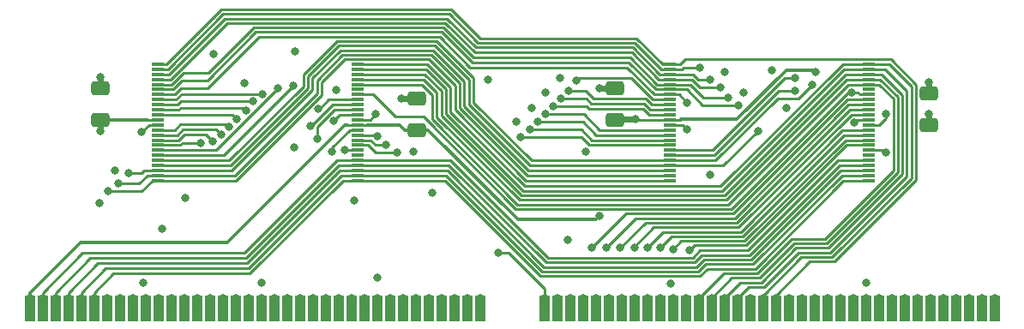
<source format=gtl>
G04 #@! TF.GenerationSoftware,KiCad,Pcbnew,7.0.9*
G04 #@! TF.CreationDate,2024-01-22T22:29:06+01:00*
G04 #@! TF.ProjectId,simm72_ram_8M10,73696d6d-3732-45f7-9261-6d5f384d3130,A*
G04 #@! TF.SameCoordinates,Original*
G04 #@! TF.FileFunction,Copper,L1,Top*
G04 #@! TF.FilePolarity,Positive*
%FSLAX46Y46*%
G04 Gerber Fmt 4.6, Leading zero omitted, Abs format (unit mm)*
G04 Created by KiCad (PCBNEW 7.0.9) date 2024-01-22 22:29:06*
%MOMM*%
%LPD*%
G01*
G04 APERTURE LIST*
G04 Aperture macros list*
%AMRoundRect*
0 Rectangle with rounded corners*
0 $1 Rounding radius*
0 $2 $3 $4 $5 $6 $7 $8 $9 X,Y pos of 4 corners*
0 Add a 4 corners polygon primitive as box body*
4,1,4,$2,$3,$4,$5,$6,$7,$8,$9,$2,$3,0*
0 Add four circle primitives for the rounded corners*
1,1,$1+$1,$2,$3*
1,1,$1+$1,$4,$5*
1,1,$1+$1,$6,$7*
1,1,$1+$1,$8,$9*
0 Add four rect primitives between the rounded corners*
20,1,$1+$1,$2,$3,$4,$5,0*
20,1,$1+$1,$4,$5,$6,$7,0*
20,1,$1+$1,$6,$7,$8,$9,0*
20,1,$1+$1,$8,$9,$2,$3,0*%
G04 Aperture macros list end*
G04 #@! TA.AperFunction,SMDPad,CuDef*
%ADD10R,1.040000X2.540000*%
G04 #@! TD*
G04 #@! TA.AperFunction,SMDPad,CuDef*
%ADD11RoundRect,0.250000X0.650000X-0.412500X0.650000X0.412500X-0.650000X0.412500X-0.650000X-0.412500X0*%
G04 #@! TD*
G04 #@! TA.AperFunction,SMDPad,CuDef*
%ADD12R,1.300000X0.300000*%
G04 #@! TD*
G04 #@! TA.AperFunction,ViaPad*
%ADD13C,0.800000*%
G04 #@! TD*
G04 #@! TA.AperFunction,Conductor*
%ADD14C,0.304800*%
G04 #@! TD*
G04 #@! TA.AperFunction,Conductor*
%ADD15C,0.250000*%
G04 #@! TD*
G04 #@! TA.AperFunction,Conductor*
%ADD16C,0.254000*%
G04 #@! TD*
G04 #@! TA.AperFunction,Conductor*
%ADD17C,0.609600*%
G04 #@! TD*
G04 APERTURE END LIST*
D10*
X57375000Y-113921000D03*
X58645000Y-113921000D03*
X59915000Y-113921000D03*
X61185000Y-113921000D03*
X62455000Y-113921000D03*
X63725000Y-113921000D03*
X64995000Y-113921000D03*
X66265000Y-113921000D03*
X67535000Y-113921000D03*
X68805000Y-113921000D03*
X70075000Y-113921000D03*
X71345000Y-113921000D03*
X72615000Y-113921000D03*
X73885000Y-113921000D03*
X75155000Y-113921000D03*
X76425000Y-113921000D03*
X77695000Y-113921000D03*
X78965000Y-113921000D03*
X80235000Y-113921000D03*
X81505000Y-113921000D03*
X82775000Y-113921000D03*
X84045000Y-113921000D03*
X85315000Y-113921000D03*
X86585000Y-113921000D03*
X87855000Y-113921000D03*
X89125000Y-113921000D03*
X90395000Y-113921000D03*
X91665000Y-113921000D03*
X92935000Y-113921000D03*
X94205000Y-113921000D03*
X95475000Y-113921000D03*
X96745000Y-113921000D03*
X98015000Y-113921000D03*
X99285000Y-113921000D03*
X100555000Y-113921000D03*
X101825000Y-113921000D03*
X108175000Y-113921000D03*
X109445000Y-113921000D03*
X110715000Y-113921000D03*
X111985000Y-113921000D03*
X113255000Y-113921000D03*
X114525000Y-113921000D03*
X115795000Y-113921000D03*
X117065000Y-113921000D03*
X118335000Y-113921000D03*
X119605000Y-113921000D03*
X120875000Y-113921000D03*
X122145000Y-113921000D03*
X123415000Y-113921000D03*
X124685000Y-113921000D03*
X125955000Y-113921000D03*
X127225000Y-113921000D03*
X128495000Y-113921000D03*
X129765000Y-113921000D03*
X131035000Y-113921000D03*
X132305000Y-113921000D03*
X133575000Y-113921000D03*
X134845000Y-113921000D03*
X136115000Y-113921000D03*
X137385000Y-113921000D03*
X138655000Y-113921000D03*
X139925000Y-113921000D03*
X141195000Y-113921000D03*
X142465000Y-113921000D03*
X143735000Y-113921000D03*
X145005000Y-113921000D03*
X146275000Y-113921000D03*
X147545000Y-113921000D03*
X148815000Y-113921000D03*
X150085000Y-113921000D03*
X151355000Y-113921000D03*
X152625000Y-113921000D03*
D11*
X115160000Y-95290500D03*
X115160000Y-92165500D03*
D12*
X89760000Y-101300000D03*
X89760000Y-100800000D03*
X89760000Y-100300000D03*
X89760000Y-99800000D03*
X89760000Y-99300000D03*
X89760000Y-98800000D03*
X89760000Y-98300000D03*
X89760000Y-97800000D03*
X89760000Y-97300000D03*
X89760000Y-96800000D03*
X89760000Y-96300000D03*
X89760000Y-95800000D03*
X89760000Y-95300000D03*
X89760000Y-94800000D03*
X89760000Y-94300000D03*
X89760000Y-93800000D03*
X89760000Y-93300000D03*
X89760000Y-92800000D03*
X89760000Y-92300000D03*
X89760000Y-91800000D03*
X89760000Y-91300000D03*
X89760000Y-90800000D03*
X89760000Y-90300000D03*
X89760000Y-89800000D03*
X70060000Y-89800000D03*
X70060000Y-90300000D03*
X70060000Y-90800000D03*
X70060000Y-91300000D03*
X70060000Y-91800000D03*
X70060000Y-92300000D03*
X70060000Y-92800000D03*
X70060000Y-93300000D03*
X70060000Y-93800000D03*
X70060000Y-94300000D03*
X70060000Y-94800000D03*
X70060000Y-95300000D03*
X70060000Y-95800000D03*
X70060000Y-96300000D03*
X70060000Y-96800000D03*
X70060000Y-97300000D03*
X70060000Y-97800000D03*
X70060000Y-98300000D03*
X70060000Y-98800000D03*
X70060000Y-99300000D03*
X70060000Y-99800000D03*
X70060000Y-100300000D03*
X70060000Y-100800000D03*
X70060000Y-101300000D03*
D11*
X146148000Y-95798500D03*
X146148000Y-92673500D03*
X64360000Y-95290500D03*
X64360000Y-92165500D03*
D12*
X140250000Y-101300000D03*
X140250000Y-100800000D03*
X140250000Y-100300000D03*
X140250000Y-99800000D03*
X140250000Y-99300000D03*
X140250000Y-98800000D03*
X140250000Y-98300000D03*
X140250000Y-97800000D03*
X140250000Y-97300000D03*
X140250000Y-96800000D03*
X140250000Y-96300000D03*
X140250000Y-95800000D03*
X140250000Y-95300000D03*
X140250000Y-94800000D03*
X140250000Y-94300000D03*
X140250000Y-93800000D03*
X140250000Y-93300000D03*
X140250000Y-92800000D03*
X140250000Y-92300000D03*
X140250000Y-91800000D03*
X140250000Y-91300000D03*
X140250000Y-90800000D03*
X140250000Y-90300000D03*
X140250000Y-89800000D03*
X120550000Y-89800000D03*
X120550000Y-90300000D03*
X120550000Y-90800000D03*
X120550000Y-91300000D03*
X120550000Y-91800000D03*
X120550000Y-92300000D03*
X120550000Y-92800000D03*
X120550000Y-93300000D03*
X120550000Y-93800000D03*
X120550000Y-94300000D03*
X120550000Y-94800000D03*
X120550000Y-95300000D03*
X120550000Y-95800000D03*
X120550000Y-96300000D03*
X120550000Y-96800000D03*
X120550000Y-97300000D03*
X120550000Y-97800000D03*
X120550000Y-98300000D03*
X120550000Y-98800000D03*
X120550000Y-99300000D03*
X120550000Y-99800000D03*
X120550000Y-100300000D03*
X120550000Y-100800000D03*
X120550000Y-101300000D03*
D11*
X95602000Y-96306500D03*
X95602000Y-93181500D03*
D13*
X146275000Y-112905000D03*
X150085000Y-112905000D03*
X151355000Y-112905000D03*
X146148000Y-94744000D03*
X152625000Y-112905000D03*
X117192000Y-95252000D03*
X141903500Y-94744000D03*
X64360000Y-96395000D03*
X57375000Y-112905000D03*
X113636000Y-104830500D03*
X134972000Y-90524500D03*
X58645000Y-112905000D03*
X59915000Y-112905000D03*
X61185000Y-112905000D03*
X62455000Y-112905000D03*
X63725000Y-112905000D03*
X64995000Y-112905000D03*
X65122000Y-102364000D03*
X66265000Y-112905000D03*
X66170987Y-101602000D03*
X67535000Y-112905000D03*
X67154000Y-100586000D03*
X138655000Y-112905000D03*
X129258651Y-96389463D03*
X137385000Y-112905000D03*
X127381284Y-93884284D03*
X126336000Y-93093000D03*
X136115000Y-112905000D03*
X68551000Y-111381000D03*
X109699000Y-91188000D03*
X80235000Y-112905000D03*
X88498992Y-98300000D03*
X64233000Y-103507000D03*
X91538000Y-94744000D03*
X127860000Y-92585000D03*
X97126000Y-102491000D03*
X139925000Y-111381000D03*
X94078000Y-93220000D03*
X91665000Y-110873000D03*
X83537000Y-88521000D03*
X95221000Y-98427000D03*
X106905000Y-94109000D03*
X89379000Y-103253000D03*
X80235000Y-111381000D03*
X91665000Y-112905000D03*
X130654000Y-90426000D03*
X68424000Y-96522000D03*
X124558000Y-100713000D03*
X83499500Y-98046000D03*
X78584000Y-91696000D03*
X141903500Y-98554000D03*
X128495000Y-112905000D03*
X65757000Y-100332000D03*
X112239000Y-98427000D03*
X110461000Y-107190000D03*
X70456000Y-106047000D03*
X146148000Y-91569000D03*
X64360000Y-91061000D03*
X108302000Y-92585000D03*
X120621000Y-111455500D03*
X113636000Y-92165500D03*
X108175000Y-112905000D03*
X87601000Y-92331000D03*
X68805000Y-112905000D03*
X119605000Y-112905000D03*
X125955000Y-90553000D03*
X105381000Y-95506000D03*
X139925000Y-112905000D03*
X138744500Y-95575500D03*
X122272000Y-96268000D03*
X102587000Y-91315000D03*
X72742000Y-102999000D03*
X75536000Y-88775000D03*
X132051000Y-94109000D03*
X103603000Y-108460000D03*
X70075000Y-112905000D03*
X74266000Y-97575500D03*
X71345000Y-112905000D03*
X75409000Y-97411000D03*
X76293701Y-96771701D03*
X72615000Y-112905000D03*
X73885000Y-112905000D03*
X77055701Y-96009701D03*
X75155000Y-112905000D03*
X77817701Y-95247701D03*
X76425000Y-112905000D03*
X78706701Y-94358701D03*
X79415636Y-93474000D03*
X77695000Y-112905000D03*
X80339201Y-92726201D03*
X78965000Y-112905000D03*
X85891497Y-94177497D03*
X81505000Y-112905000D03*
X82775000Y-112905000D03*
X85061000Y-95887000D03*
X85785500Y-97157000D03*
X84045000Y-112905000D03*
X87361647Y-95393647D03*
X85315000Y-112905000D03*
X86585000Y-112905000D03*
X87235000Y-98427000D03*
X91665000Y-96903000D03*
X87855000Y-112905000D03*
X89125000Y-112905000D03*
X92554000Y-97792000D03*
X90395000Y-112905000D03*
X93659500Y-98554000D03*
X105829788Y-97030000D03*
X92935000Y-112905000D03*
X94205000Y-112905000D03*
X106778000Y-96268000D03*
X107540000Y-95506000D03*
X95475000Y-112905000D03*
X96745000Y-112905000D03*
X108302000Y-94744000D03*
X98015000Y-112905000D03*
X109064000Y-93982000D03*
X99285000Y-112905000D03*
X109826000Y-93220000D03*
X110588000Y-92458000D03*
X100555000Y-112905000D03*
X101825000Y-112905000D03*
X111350000Y-91442000D03*
X112874000Y-107952000D03*
X109445000Y-112905000D03*
X114271000Y-107952000D03*
X110715000Y-112905000D03*
X111985000Y-112905000D03*
X115668000Y-107952000D03*
X117065000Y-107952000D03*
X113255000Y-112905000D03*
X118335000Y-107952000D03*
X114525000Y-112905000D03*
X119605000Y-107952000D03*
X115795000Y-112905000D03*
X120875000Y-108079000D03*
X117065000Y-112905000D03*
X118335000Y-112905000D03*
X122526000Y-108206000D03*
X122272000Y-93601000D03*
X122145000Y-112905000D03*
X123415000Y-112905000D03*
X124685000Y-112905000D03*
X125955000Y-112905000D03*
X127225000Y-112905000D03*
X129765000Y-112905000D03*
X131035000Y-112905000D03*
X132305000Y-112905000D03*
X123542000Y-90172000D03*
X124558000Y-91315000D03*
X133575000Y-112905000D03*
X134845000Y-112905000D03*
X125574000Y-92077000D03*
X83405701Y-91945701D03*
X141195000Y-112905000D03*
X142465000Y-112905000D03*
X81886000Y-92204000D03*
X143735000Y-112905000D03*
X132935701Y-92453701D03*
X145005000Y-112905000D03*
X132935701Y-91192299D03*
X147545000Y-112905000D03*
X134595299Y-91818701D03*
X148815000Y-112905000D03*
X138546873Y-92575500D03*
X120875000Y-112905000D03*
D14*
X127216250Y-95252000D02*
X132068250Y-90400000D01*
X121700000Y-95252000D02*
X127216250Y-95252000D01*
X132068250Y-90400000D02*
X134847500Y-90400000D01*
X134847500Y-90400000D02*
X134873500Y-90426000D01*
D15*
X121652000Y-95300000D02*
X120550000Y-95300000D01*
X121700000Y-95252000D02*
X121652000Y-95300000D01*
D16*
X70060000Y-95300000D02*
X69000000Y-95300000D01*
D14*
X64360000Y-95290500D02*
X68990500Y-95290500D01*
X68990500Y-95290500D02*
X69000000Y-95300000D01*
D15*
X64369500Y-95300000D02*
X64360000Y-95290500D01*
D14*
X88500000Y-95800000D02*
X76900000Y-107400000D01*
X88704000Y-95800000D02*
X88500000Y-95800000D01*
X76900000Y-107400000D02*
X62400000Y-107400000D01*
X62400000Y-107400000D02*
X57375000Y-112425000D01*
X57375000Y-112425000D02*
X57375000Y-112905000D01*
D16*
X89760000Y-95800000D02*
X88704000Y-95800000D01*
D14*
X90700000Y-95800000D02*
X93900000Y-95800000D01*
X93900000Y-95800000D02*
X94406500Y-96306500D01*
X94406500Y-96306500D02*
X95602000Y-96306500D01*
D15*
X89760000Y-95800000D02*
X90700000Y-95800000D01*
D14*
X113636000Y-104830500D02*
X113308500Y-105158000D01*
X105558000Y-105158000D02*
X96706500Y-96306500D01*
X113308500Y-105158000D02*
X105558000Y-105158000D01*
X96706500Y-96306500D02*
X95602000Y-96306500D01*
D15*
X120550000Y-95300000D02*
X117240000Y-95300000D01*
X117240000Y-95300000D02*
X117192000Y-95252000D01*
D17*
X117192000Y-95252000D02*
X115198500Y-95252000D01*
X115198500Y-95252000D02*
X115160000Y-95290500D01*
X64360000Y-96395000D02*
X64360000Y-95290500D01*
D15*
X115169500Y-95300000D02*
X115160000Y-95290500D01*
X141903500Y-95096500D02*
X141200000Y-95800000D01*
D17*
X146148000Y-94744000D02*
X146148000Y-95798500D01*
D15*
X141903500Y-94744000D02*
X141903500Y-95096500D01*
X134972000Y-90524500D02*
X134873500Y-90426000D01*
X141200000Y-95800000D02*
X140250000Y-95800000D01*
X128256356Y-108206000D02*
X137162356Y-99300000D01*
X108524584Y-108931000D02*
X122826305Y-108931000D01*
X98893584Y-99300000D02*
X108524584Y-108931000D01*
X78578416Y-108460000D02*
X62586000Y-108460000D01*
X137162356Y-99300000D02*
X140250000Y-99300000D01*
X89760000Y-99300000D02*
X87738416Y-99300000D01*
X87738416Y-99300000D02*
X78578416Y-108460000D01*
X122826305Y-108931000D02*
X123551305Y-108206000D01*
X58645000Y-112401000D02*
X58645000Y-113921000D01*
X123551305Y-108206000D02*
X128256356Y-108206000D01*
X89760000Y-99300000D02*
X98893584Y-99300000D01*
X62586000Y-108460000D02*
X58645000Y-112401000D01*
X137298752Y-99800000D02*
X128442752Y-108656000D01*
X59915000Y-113921000D02*
X59915000Y-112401000D01*
X123737701Y-108656000D02*
X123012701Y-109381000D01*
X78706812Y-108968000D02*
X87874812Y-99800000D01*
X128442752Y-108656000D02*
X123737701Y-108656000D01*
X59915000Y-112401000D02*
X63348000Y-108968000D01*
X63348000Y-108968000D02*
X78706812Y-108968000D01*
X123012701Y-109381000D02*
X108338188Y-109381000D01*
X108338188Y-109381000D02*
X98757188Y-99800000D01*
X87874812Y-99800000D02*
X89760000Y-99800000D01*
X98757188Y-99800000D02*
X89760000Y-99800000D01*
X140250000Y-99800000D02*
X137298752Y-99800000D01*
X78835208Y-109476000D02*
X64110000Y-109476000D01*
X98620792Y-100300000D02*
X108151792Y-109831000D01*
X88011208Y-100300000D02*
X78835208Y-109476000D01*
X89760000Y-100300000D02*
X88011208Y-100300000D01*
X64110000Y-109476000D02*
X61185000Y-112401000D01*
X137435148Y-100300000D02*
X140250000Y-100300000D01*
X123924097Y-109106000D02*
X128629148Y-109106000D01*
X128629148Y-109106000D02*
X137435148Y-100300000D01*
X108151792Y-109831000D02*
X123199097Y-109831000D01*
X89760000Y-100300000D02*
X98620792Y-100300000D01*
X61185000Y-112401000D02*
X61185000Y-113921000D01*
X123199097Y-109831000D02*
X123924097Y-109106000D01*
X123385493Y-110281000D02*
X107965396Y-110281000D01*
X64872000Y-109984000D02*
X78963604Y-109984000D01*
X88147604Y-100800000D02*
X89760000Y-100800000D01*
X62455000Y-112401000D02*
X64872000Y-109984000D01*
X78963604Y-109984000D02*
X88147604Y-100800000D01*
X137571544Y-100800000D02*
X128815544Y-109556000D01*
X140250000Y-100800000D02*
X137571544Y-100800000D01*
X124110493Y-109556000D02*
X123385493Y-110281000D01*
X98484396Y-100800000D02*
X89760000Y-100800000D01*
X128815544Y-109556000D02*
X124110493Y-109556000D01*
X107965396Y-110281000D02*
X98484396Y-100800000D01*
X62455000Y-113921000D02*
X62455000Y-112401000D01*
X98348000Y-101300000D02*
X107779000Y-110731000D01*
X123571889Y-110731000D02*
X124296889Y-110006000D01*
X137707940Y-101300000D02*
X140250000Y-101300000D01*
X79092000Y-110492000D02*
X65634000Y-110492000D01*
X63725000Y-112401000D02*
X63725000Y-113921000D01*
X124296889Y-110006000D02*
X129001940Y-110006000D01*
X88284000Y-101300000D02*
X79092000Y-110492000D01*
X89760000Y-101300000D02*
X98348000Y-101300000D01*
X107779000Y-110731000D02*
X123571889Y-110731000D01*
X129001940Y-110006000D02*
X137707940Y-101300000D01*
X65634000Y-110492000D02*
X63725000Y-112401000D01*
X89760000Y-101300000D02*
X88284000Y-101300000D01*
X106355980Y-101300000D02*
X120550000Y-101300000D01*
X86204000Y-91569000D02*
X88448000Y-89325000D01*
X88448000Y-89325000D02*
X96810080Y-89325000D01*
X99376000Y-94320020D02*
X106355980Y-101300000D01*
X77744396Y-101300000D02*
X86204000Y-92840396D01*
X65122000Y-102364000D02*
X68456000Y-102364000D01*
X86204000Y-92840396D02*
X86204000Y-91569000D01*
X96810080Y-89325000D02*
X99376000Y-91890920D01*
X68456000Y-102364000D02*
X69520000Y-101300000D01*
X99376000Y-91890920D02*
X99376000Y-94320020D01*
X69520000Y-101300000D02*
X70060000Y-101300000D01*
X70060000Y-101300000D02*
X77744396Y-101300000D01*
X120550000Y-100800000D02*
X106492376Y-100800000D01*
X99826000Y-94133624D02*
X99826000Y-91704524D01*
X85754000Y-91382604D02*
X85754000Y-92654000D01*
X85754000Y-92654000D02*
X77608000Y-100800000D01*
X99826000Y-91704524D02*
X96996476Y-88875000D01*
X96996476Y-88875000D02*
X88261604Y-88875000D01*
X66170987Y-101602000D02*
X68170000Y-101602000D01*
X106492376Y-100800000D02*
X99826000Y-94133624D01*
X68972000Y-100800000D02*
X70060000Y-100800000D01*
X77608000Y-100800000D02*
X70060000Y-100800000D01*
X88261604Y-88875000D02*
X85754000Y-91382604D01*
X68170000Y-101602000D02*
X68972000Y-100800000D01*
X100276000Y-91518128D02*
X100276000Y-93947228D01*
X88075208Y-88425000D02*
X97182872Y-88425000D01*
X67154000Y-100586000D02*
X68424000Y-100586000D01*
X68710000Y-100300000D02*
X70060000Y-100300000D01*
X77348792Y-100300000D02*
X85304000Y-92344792D01*
X68424000Y-100586000D02*
X68710000Y-100300000D01*
X85304000Y-91196208D02*
X88075208Y-88425000D01*
X106628772Y-100300000D02*
X120550000Y-100300000D01*
X100276000Y-93947228D02*
X106628772Y-100300000D01*
X97182872Y-88425000D02*
X100276000Y-91518128D01*
X85304000Y-92344792D02*
X85304000Y-91196208D01*
X70060000Y-100300000D02*
X77348792Y-100300000D01*
X77212396Y-99800000D02*
X70060000Y-99800000D01*
X97369268Y-87975000D02*
X87888812Y-87975000D01*
X84854000Y-91009812D02*
X84854000Y-92158396D01*
X100726000Y-93760832D02*
X100726000Y-91331732D01*
X120550000Y-99800000D02*
X106765168Y-99800000D01*
X129258651Y-96389463D02*
X129258651Y-96393349D01*
X84854000Y-92158396D02*
X77212396Y-99800000D01*
X87888812Y-87975000D02*
X84854000Y-91009812D01*
X100726000Y-91331732D02*
X97369268Y-87975000D01*
X106765168Y-99800000D02*
X100726000Y-93760832D01*
X129258651Y-96393349D02*
X125852000Y-99800000D01*
X125852000Y-99800000D02*
X120550000Y-99800000D01*
X73504000Y-91442000D02*
X72413584Y-91442000D01*
X98025396Y-86625000D02*
X101064396Y-89664000D01*
X119186020Y-92300000D02*
X120550000Y-92300000D01*
X72413584Y-91442000D02*
X71555584Y-92300000D01*
X123825284Y-93884284D02*
X122241000Y-92300000D01*
X122241000Y-92300000D02*
X120550000Y-92300000D01*
X74901000Y-91442000D02*
X79718000Y-86625000D01*
X116550020Y-89664000D02*
X119186020Y-92300000D01*
X73504000Y-91442000D02*
X74901000Y-91442000D01*
X71555584Y-92300000D02*
X70060000Y-92300000D01*
X127381284Y-93884284D02*
X123825284Y-93884284D01*
X101064396Y-89664000D02*
X116550020Y-89664000D01*
X79718000Y-86625000D02*
X98025396Y-86625000D01*
X98211792Y-86175000D02*
X101192792Y-89156000D01*
X79531604Y-86175000D02*
X98211792Y-86175000D01*
X116678416Y-89156000D02*
X119322416Y-91800000D01*
X119322416Y-91800000D02*
X120550000Y-91800000D01*
X120550000Y-91800000D02*
X122616403Y-91800000D01*
X122616403Y-91800000D02*
X123909403Y-93093000D01*
X123909403Y-93093000D02*
X126336000Y-93093000D01*
X71419188Y-91800000D02*
X70060000Y-91800000D01*
X74422195Y-90680000D02*
X75026604Y-90680000D01*
X75026604Y-90680000D02*
X79531604Y-86175000D01*
X101192792Y-89156000D02*
X116678416Y-89156000D01*
X72539188Y-90680000D02*
X71419188Y-91800000D01*
X74422195Y-90680000D02*
X72539188Y-90680000D01*
X94116500Y-93181500D02*
X94078000Y-93220000D01*
X141649500Y-98300000D02*
X141903500Y-98554000D01*
X139020000Y-95300000D02*
X138744500Y-95575500D01*
D17*
X146148000Y-91569000D02*
X146148000Y-92673500D01*
D15*
X121804000Y-95800000D02*
X120550000Y-95800000D01*
X89760000Y-95300000D02*
X90982000Y-95300000D01*
X69146000Y-95800000D02*
X70060000Y-95800000D01*
X146186500Y-92712000D02*
X146148000Y-92673500D01*
X108175000Y-112905000D02*
X108175000Y-111952500D01*
D17*
X64360000Y-91061000D02*
X64360000Y-92165500D01*
D15*
X140250000Y-98300000D02*
X141649500Y-98300000D01*
X90982000Y-95300000D02*
X91538000Y-94744000D01*
D17*
X95602000Y-93181500D02*
X94116500Y-93181500D01*
D15*
X104682500Y-108460000D02*
X103603000Y-108460000D01*
D17*
X113636000Y-92165500D02*
X115160000Y-92165500D01*
D15*
X140250000Y-95300000D02*
X139020000Y-95300000D01*
X88498992Y-98300000D02*
X89760000Y-98300000D01*
X108175000Y-111952500D02*
X104682500Y-108460000D01*
X122272000Y-96268000D02*
X121804000Y-95800000D01*
X68424000Y-96522000D02*
X69146000Y-95800000D01*
X72453292Y-97575500D02*
X72228792Y-97800000D01*
X74266000Y-97575500D02*
X72453292Y-97575500D01*
X72228792Y-97800000D02*
X70060000Y-97800000D01*
X74774000Y-96776000D02*
X72616396Y-96776000D01*
X72616396Y-96776000D02*
X72092396Y-97300000D01*
X72092396Y-97300000D02*
X70060000Y-97300000D01*
X75409000Y-97411000D02*
X74774000Y-96776000D01*
X71956000Y-96800000D02*
X70060000Y-96800000D01*
X75790000Y-96268000D02*
X72488000Y-96268000D01*
X72488000Y-96268000D02*
X71956000Y-96800000D01*
X76293701Y-96771701D02*
X75790000Y-96268000D01*
X77055701Y-96009701D02*
X76806000Y-95760000D01*
X76806000Y-95760000D02*
X72234000Y-95760000D01*
X71694000Y-96300000D02*
X70060000Y-96300000D01*
X72234000Y-95760000D02*
X71694000Y-96300000D01*
X70079000Y-94781000D02*
X70060000Y-94800000D01*
X77817701Y-95247701D02*
X77351000Y-94781000D01*
X77351000Y-94781000D02*
X70079000Y-94781000D01*
X72244552Y-94156616D02*
X72101168Y-94300000D01*
X72101168Y-94300000D02*
X70060000Y-94300000D01*
X78706701Y-94358701D02*
X78504616Y-94156616D01*
X78504616Y-94156616D02*
X72244552Y-94156616D01*
X72290772Y-93474000D02*
X71964772Y-93800000D01*
X71964772Y-93800000D02*
X70060000Y-93800000D01*
X79415636Y-93474000D02*
X72290772Y-93474000D01*
X71828376Y-93300000D02*
X70060000Y-93300000D01*
X72379376Y-92749000D02*
X71828376Y-93300000D01*
X80339201Y-92726201D02*
X80316402Y-92749000D01*
X80316402Y-92749000D02*
X72379376Y-92749000D01*
X86008503Y-94177497D02*
X86886000Y-93300000D01*
X85891497Y-94177497D02*
X86008503Y-94177497D01*
X86886000Y-93300000D02*
X89760000Y-93300000D01*
X85061000Y-95887000D02*
X85207300Y-95887000D01*
X85207300Y-95887000D02*
X87294300Y-93800000D01*
X87294300Y-93800000D02*
X89760000Y-93800000D01*
X85785500Y-95945196D02*
X87430696Y-94300000D01*
X87430696Y-94300000D02*
X89760000Y-94300000D01*
X85785500Y-97157000D02*
X85785500Y-95945196D01*
X87361647Y-95393647D02*
X87955294Y-94800000D01*
X87955294Y-94800000D02*
X89760000Y-94800000D01*
X87235000Y-98031000D02*
X88966000Y-96300000D01*
X87235000Y-98427000D02*
X87235000Y-98031000D01*
X88966000Y-96300000D02*
X89760000Y-96300000D01*
X91665000Y-96903000D02*
X91562000Y-96800000D01*
X91562000Y-96800000D02*
X89760000Y-96800000D01*
X91528695Y-97792000D02*
X91036695Y-97300000D01*
X91036695Y-97300000D02*
X89760000Y-97300000D01*
X92554000Y-97792000D02*
X91528695Y-97792000D01*
X90760000Y-97800000D02*
X89760000Y-97800000D01*
X93659500Y-98554000D02*
X91514000Y-98554000D01*
X91514000Y-98554000D02*
X90760000Y-97800000D01*
X112628000Y-97800000D02*
X120550000Y-97800000D01*
X111858000Y-97030000D02*
X112628000Y-97800000D01*
X105829788Y-97030000D02*
X111858000Y-97030000D01*
X112890000Y-97300000D02*
X120550000Y-97300000D01*
X106778000Y-96268000D02*
X111858000Y-96268000D01*
X111858000Y-96268000D02*
X112890000Y-97300000D01*
X113279000Y-96800000D02*
X120550000Y-96800000D01*
X111985000Y-95506000D02*
X113279000Y-96800000D01*
X107540000Y-95506000D02*
X111985000Y-95506000D01*
X108302000Y-94744000D02*
X112080000Y-94744000D01*
X112080000Y-94744000D02*
X113636000Y-96300000D01*
X113636000Y-96300000D02*
X120550000Y-96300000D01*
X112620000Y-94236000D02*
X117940040Y-94236000D01*
X109064000Y-93982000D02*
X112366000Y-93982000D01*
X118504040Y-94800000D02*
X120550000Y-94800000D01*
X117940040Y-94236000D02*
X118504040Y-94800000D01*
X112366000Y-93982000D02*
X112620000Y-94236000D01*
X118640436Y-94300000D02*
X120550000Y-94300000D01*
X118010436Y-93670000D02*
X118640436Y-94300000D01*
X109826000Y-93220000D02*
X112366000Y-93220000D01*
X112366000Y-93220000D02*
X112816000Y-93670000D01*
X112816000Y-93670000D02*
X118010436Y-93670000D01*
X118776832Y-93800000D02*
X120550000Y-93800000D01*
X113064500Y-93220000D02*
X118196832Y-93220000D01*
X118196832Y-93220000D02*
X118776832Y-93800000D01*
X110588000Y-92458000D02*
X112302500Y-92458000D01*
X112302500Y-92458000D02*
X113064500Y-93220000D01*
X114264900Y-91178000D02*
X116791228Y-91178000D01*
X111604000Y-91188000D02*
X114254900Y-91188000D01*
X118913228Y-93300000D02*
X120550000Y-93300000D01*
X111350000Y-91442000D02*
X111604000Y-91188000D01*
X116791228Y-91178000D02*
X118913228Y-93300000D01*
X114254900Y-91188000D02*
X114264900Y-91178000D01*
X126815188Y-104556000D02*
X138071188Y-93300000D01*
X138071188Y-93300000D02*
X140250000Y-93300000D01*
X116270000Y-104556000D02*
X126815188Y-104556000D01*
X112874000Y-107952000D02*
X116270000Y-104556000D01*
X138207584Y-93800000D02*
X140250000Y-93800000D01*
X117217000Y-105006000D02*
X127001584Y-105006000D01*
X114271000Y-107952000D02*
X117217000Y-105006000D01*
X127001584Y-105006000D02*
X138207584Y-93800000D01*
X115668000Y-107952000D02*
X118164000Y-105456000D01*
X138343980Y-94300000D02*
X140250000Y-94300000D01*
X118164000Y-105456000D02*
X127187980Y-105456000D01*
X127187980Y-105456000D02*
X138343980Y-94300000D01*
X138480376Y-94800000D02*
X140250000Y-94800000D01*
X117065000Y-107825000D02*
X118984000Y-105906000D01*
X117065000Y-107952000D02*
X117065000Y-107825000D01*
X127374376Y-105906000D02*
X138480376Y-94800000D01*
X118984000Y-105906000D02*
X127374376Y-105906000D01*
X137616772Y-96300000D02*
X140250000Y-96300000D01*
X118335000Y-107952000D02*
X119931000Y-106356000D01*
X127560772Y-106356000D02*
X137616772Y-96300000D01*
X119931000Y-106356000D02*
X127560772Y-106356000D01*
X119605000Y-107952000D02*
X120751000Y-106806000D01*
X120751000Y-106806000D02*
X127747168Y-106806000D01*
X137753168Y-96800000D02*
X140250000Y-96800000D01*
X127747168Y-106806000D02*
X137753168Y-96800000D01*
X137889564Y-97300000D02*
X140250000Y-97300000D01*
X120875000Y-108079000D02*
X121698000Y-107256000D01*
X127933564Y-107256000D02*
X137889564Y-97300000D01*
X121698000Y-107256000D02*
X127933564Y-107256000D01*
X122526000Y-108206000D02*
X123026000Y-107706000D01*
X138025960Y-97800000D02*
X140250000Y-97800000D01*
X123026000Y-107706000D02*
X128119960Y-107706000D01*
X128119960Y-107706000D02*
X138025960Y-97800000D01*
X119049624Y-92800000D02*
X116363624Y-90114000D01*
X72287980Y-92204000D02*
X71691980Y-92800000D01*
X122272000Y-93601000D02*
X121471000Y-92800000D01*
X100878000Y-90114000D02*
X97839000Y-87075000D01*
X97839000Y-87075000D02*
X80030000Y-87075000D01*
X116363624Y-90114000D02*
X100878000Y-90114000D01*
X120550000Y-92800000D02*
X119049624Y-92800000D01*
X80030000Y-87075000D02*
X74901000Y-92204000D01*
X74901000Y-92204000D02*
X72287980Y-92204000D01*
X121471000Y-92800000D02*
X120550000Y-92800000D01*
X71691980Y-92800000D02*
X70060000Y-92800000D01*
X96103100Y-91800000D02*
X89760000Y-91800000D01*
X97126000Y-95252000D02*
X97126000Y-92822900D01*
X142628000Y-100296000D02*
X142628000Y-93228000D01*
X132581336Y-107063000D02*
X135861000Y-107063000D01*
X141200000Y-91800000D02*
X140250000Y-91800000D01*
X142628000Y-93228000D02*
X141200000Y-91800000D01*
X126328889Y-103656000D02*
X105530000Y-103656000D01*
X105530000Y-103656000D02*
X97126000Y-95252000D01*
X140250000Y-91800000D02*
X138184889Y-91800000D01*
X138184889Y-91800000D02*
X126328889Y-103656000D01*
X125864000Y-110456000D02*
X129188336Y-110456000D01*
X135861000Y-107063000D02*
X142628000Y-100296000D01*
X123415000Y-112905000D02*
X125864000Y-110456000D01*
X97126000Y-92822900D02*
X96103100Y-91800000D01*
X129188336Y-110456000D02*
X132581336Y-107063000D01*
X97576000Y-92636504D02*
X97576000Y-95065604D01*
X132871000Y-107513000D02*
X129478000Y-110906000D01*
X143078000Y-100482396D02*
X136047396Y-107513000D01*
X141336396Y-91300000D02*
X143078000Y-93041604D01*
X143078000Y-93041604D02*
X143078000Y-100482396D01*
X96239496Y-91300000D02*
X97576000Y-92636504D01*
X126142493Y-103206000D02*
X138048493Y-91300000D01*
X129478000Y-110906000D02*
X126684000Y-110906000D01*
X138048493Y-91300000D02*
X140250000Y-91300000D01*
X89760000Y-91300000D02*
X96239496Y-91300000D01*
X105716396Y-103206000D02*
X126142493Y-103206000D01*
X126684000Y-110906000D02*
X124685000Y-112905000D01*
X140250000Y-91300000D02*
X141336396Y-91300000D01*
X97576000Y-95065604D02*
X105716396Y-103206000D01*
X136047396Y-107513000D02*
X132871000Y-107513000D01*
X96375892Y-90800000D02*
X89760000Y-90800000D01*
X140250000Y-90800000D02*
X141472792Y-90800000D01*
X143528000Y-92855208D02*
X143528000Y-100668792D01*
X98026000Y-92450108D02*
X96375892Y-90800000D01*
X127504000Y-111356000D02*
X125955000Y-112905000D01*
X140250000Y-90800000D02*
X137912097Y-90800000D01*
X143528000Y-100668792D02*
X136233792Y-107963000D01*
X98026000Y-94879208D02*
X98026000Y-92450108D01*
X136233792Y-107963000D02*
X133057396Y-107963000D01*
X141472792Y-90800000D02*
X143528000Y-92855208D01*
X133057396Y-107963000D02*
X129664396Y-111356000D01*
X129664396Y-111356000D02*
X127504000Y-111356000D01*
X125956097Y-102756000D02*
X105902792Y-102756000D01*
X105902792Y-102756000D02*
X98026000Y-94879208D01*
X137912097Y-90800000D02*
X125956097Y-102756000D01*
X98476000Y-92263712D02*
X98476000Y-94692812D01*
X106089188Y-102306000D02*
X125769701Y-102306000D01*
X137775701Y-90300000D02*
X140250000Y-90300000D01*
X136420188Y-108413000D02*
X143978000Y-100855188D01*
X98476000Y-94692812D02*
X106089188Y-102306000D01*
X143978000Y-92447000D02*
X141831000Y-90300000D01*
X128324000Y-111806000D02*
X129850792Y-111806000D01*
X129850792Y-111806000D02*
X133243792Y-108413000D01*
X141831000Y-90300000D02*
X140250000Y-90300000D01*
X96512288Y-90300000D02*
X98476000Y-92263712D01*
X143978000Y-100855188D02*
X143978000Y-92447000D01*
X125769701Y-102306000D02*
X137775701Y-90300000D01*
X127225000Y-112905000D02*
X128324000Y-111806000D01*
X133243792Y-108413000D02*
X136420188Y-108413000D01*
X89760000Y-90300000D02*
X96512288Y-90300000D01*
X142220000Y-89800000D02*
X140250000Y-89800000D01*
X136606584Y-108863000D02*
X144428000Y-101041584D01*
X133553000Y-108863000D02*
X136606584Y-108863000D01*
X89760000Y-89800000D02*
X96648684Y-89800000D01*
X129765000Y-112905000D02*
X129765000Y-112651000D01*
X137639305Y-89800000D02*
X140250000Y-89800000D01*
X125583305Y-101856000D02*
X137639305Y-89800000D01*
X129765000Y-112651000D02*
X133553000Y-108863000D01*
X96648684Y-89800000D02*
X98926000Y-92077316D01*
X106275584Y-101856000D02*
X125583305Y-101856000D01*
X98926000Y-92077316D02*
X98926000Y-94506416D01*
X98926000Y-94506416D02*
X106275584Y-101856000D01*
X144428000Y-92008000D02*
X142220000Y-89800000D01*
X144428000Y-101041584D02*
X144428000Y-92008000D01*
X144878000Y-101227980D02*
X136792980Y-109313000D01*
X70873604Y-89800000D02*
X70060000Y-89800000D01*
X144878000Y-91821604D02*
X144878000Y-101227980D01*
X142381396Y-89325000D02*
X144878000Y-91821604D01*
X122103000Y-89325000D02*
X142381396Y-89325000D01*
X120550000Y-89800000D02*
X121628000Y-89800000D01*
X76298604Y-84375000D02*
X70873604Y-89800000D01*
X121628000Y-89800000D02*
X122103000Y-89325000D01*
X136792980Y-109313000D02*
X134373000Y-109313000D01*
X134373000Y-109313000D02*
X131035000Y-112651000D01*
X119868000Y-89800000D02*
X117308000Y-87240000D01*
X117308000Y-87240000D02*
X101822376Y-87240000D01*
X98957376Y-84375000D02*
X76298604Y-84375000D01*
X120550000Y-89800000D02*
X119868000Y-89800000D01*
X101822376Y-87240000D02*
X98957376Y-84375000D01*
X131035000Y-112651000D02*
X131035000Y-112905000D01*
X119731604Y-90300000D02*
X120550000Y-90300000D01*
X101635980Y-87690000D02*
X117121604Y-87690000D01*
X76485000Y-84825000D02*
X98770980Y-84825000D01*
X70060000Y-90300000D02*
X71010000Y-90300000D01*
X71010000Y-90300000D02*
X76485000Y-84825000D01*
X121892396Y-90172000D02*
X121764396Y-90300000D01*
X98770980Y-84825000D02*
X101635980Y-87690000D01*
X121764396Y-90300000D02*
X120550000Y-90300000D01*
X117121604Y-87690000D02*
X119731604Y-90300000D01*
X123542000Y-90172000D02*
X121892396Y-90172000D01*
X120550000Y-90800000D02*
X119595208Y-90800000D01*
X119595208Y-90800000D02*
X116935208Y-88140000D01*
X98584584Y-85275000D02*
X76671396Y-85275000D01*
X76671396Y-85275000D02*
X71146396Y-90800000D01*
X122889195Y-90800000D02*
X120550000Y-90800000D01*
X71146396Y-90800000D02*
X70060000Y-90800000D01*
X123404195Y-91315000D02*
X122889195Y-90800000D01*
X124558000Y-91315000D02*
X123404195Y-91315000D01*
X101449584Y-88140000D02*
X98584584Y-85275000D01*
X116935208Y-88140000D02*
X101449584Y-88140000D01*
X76857792Y-85725000D02*
X98398188Y-85725000D01*
X119458812Y-91300000D02*
X120550000Y-91300000D01*
X124566805Y-92085805D02*
X123538604Y-92085805D01*
X116806812Y-88648000D02*
X119458812Y-91300000D01*
X125574000Y-92077000D02*
X124575610Y-92077000D01*
X122752799Y-91300000D02*
X120550000Y-91300000D01*
X98398188Y-85725000D02*
X101321188Y-88648000D01*
X124575610Y-92077000D02*
X124566805Y-92085805D01*
X70060000Y-91300000D02*
X71282792Y-91300000D01*
X101321188Y-88648000D02*
X116806812Y-88648000D01*
X123538604Y-92085805D02*
X122752799Y-91300000D01*
X71282792Y-91300000D02*
X76857792Y-85725000D01*
X76551402Y-98800000D02*
X70060000Y-98800000D01*
X83405701Y-91945701D02*
X76551402Y-98800000D01*
X81886000Y-92204000D02*
X75790000Y-98300000D01*
X75790000Y-98300000D02*
X70060000Y-98300000D01*
X120550000Y-98800000D02*
X124947698Y-98800000D01*
X124947698Y-98800000D02*
X131293997Y-92453701D01*
X131293997Y-92453701D02*
X132935701Y-92453701D01*
X124812000Y-98300000D02*
X131919701Y-91192299D01*
X120550000Y-98300000D02*
X124812000Y-98300000D01*
X131919701Y-91192299D02*
X132935701Y-91192299D01*
X120550000Y-99300000D02*
X125084094Y-99300000D01*
X87702416Y-87525000D02*
X97555664Y-87525000D01*
X70060000Y-99300000D02*
X77076000Y-99300000D01*
X77076000Y-99300000D02*
X84404000Y-91972000D01*
X133235299Y-93178701D02*
X134595299Y-91818701D01*
X101176000Y-93574436D02*
X106901564Y-99300000D01*
X97555664Y-87525000D02*
X101176000Y-91145336D01*
X131205393Y-93178701D02*
X133235299Y-93178701D01*
X84404000Y-90823416D02*
X87702416Y-87525000D01*
X84404000Y-91972000D02*
X84404000Y-90823416D01*
X125084094Y-99300000D02*
X131205393Y-93178701D01*
X106901564Y-99300000D02*
X120550000Y-99300000D01*
X101176000Y-91145336D02*
X101176000Y-93574436D01*
X139378000Y-92800000D02*
X140250000Y-92800000D01*
X126628792Y-104106000D02*
X138159292Y-92575500D01*
X138159292Y-92575500D02*
X139153500Y-92575500D01*
X89760000Y-92800000D02*
X91285000Y-92800000D01*
X96232812Y-94998000D02*
X105340812Y-104106000D01*
X139153500Y-92575500D02*
X139378000Y-92800000D01*
X93483000Y-94998000D02*
X96232812Y-94998000D01*
X91285000Y-92800000D02*
X93483000Y-94998000D01*
X105340812Y-104106000D02*
X126628792Y-104106000D01*
M02*

</source>
